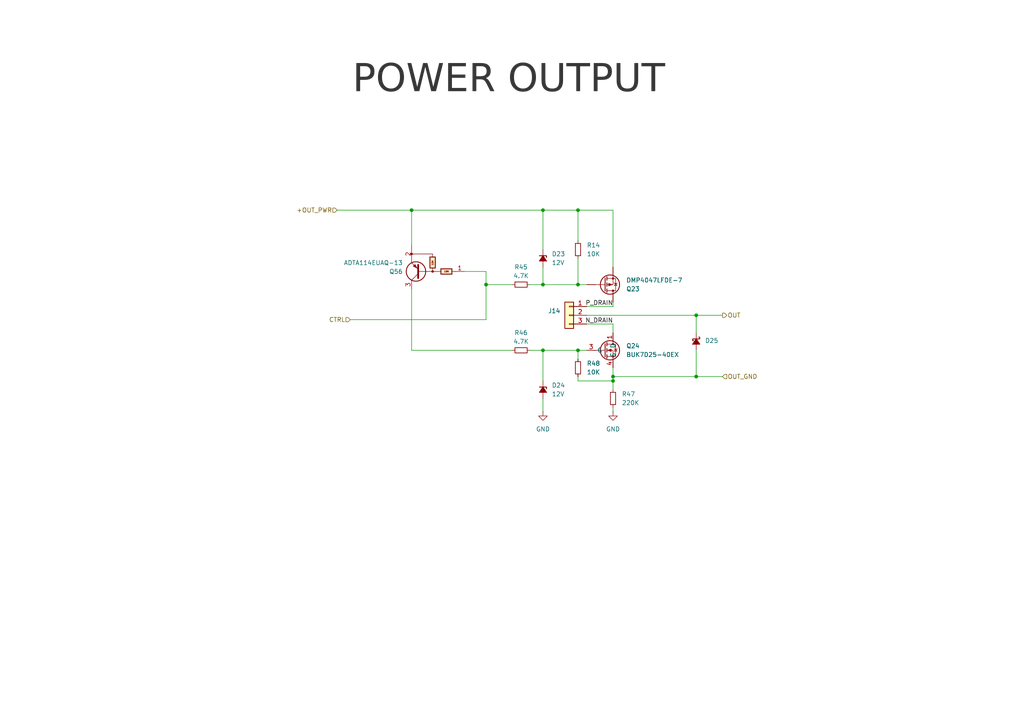
<source format=kicad_sch>
(kicad_sch (version 20241004) (generator "eeschema") (generator_version "8.99")
  (paper "A4")
  (title_block (title "Control Unit 2") (date "2024-12-09") (rev "1") (comment 1 "POWER OUTPUT"))
  (lib_symbols
    (symbol "Connector_Generic:Conn_01x03" (pin_names (offset 1.016) (hide yes))
      (property "Reference" "J" (at 0 5.08 0))
      (property "Value" "Conn_01x03" (at 0 -5.08 0))
      (symbol "Conn_01x03_1_1"
        (rectangle (start -1.27 3.81) (end 1.27 -3.81) (stroke (width 0.254)) (fill (type background)))
        (rectangle (start -1.27 2.667) (end 0 2.413) (stroke (width 0.1524)))
        (rectangle (start -1.27 0.127) (end 0 -0.127) (stroke (width 0.1524)))
        (rectangle (start -1.27 -2.413) (end 0 -2.667) (stroke (width 0.1524)))
        (pin passive line (at -5.08 2.54 0) (length 3.81) (name "Pin_1") (number "1"))
        (pin passive line (at -5.08 0 0) (length 3.81) (name "Pin_2") (number "2"))
        (pin passive line (at -5.08 -2.54 0) (length 3.81) (name "Pin_3") (number "3"))
      )
    )
    (symbol "Device:D_Schottky_Small_Filled" (pin_numbers (hide yes)) (pin_names (offset 0.254) (hide yes))
      (property "Reference" "D" (at -1.27 2.032 0))
      (property "Value" "D_Schottky_Small_Filled" (at -7.112 -2.032 0))
      (symbol "D_Schottky_Small_Filled_0_1"
        (polyline (pts (xy -1.27 0.762) (xy -1.27 1.016) (xy -0.762 1.016) (xy -0.762 -1.016) (xy -0.254 -1.016) (xy -0.254 -0.762)) (stroke (width 0.254)))
        (polyline (pts (xy -0.762 0) (xy 0.762 0)))
        (polyline (pts (xy 0.762 -1.016) (xy -0.762 0) (xy 0.762 1.016) (xy 0.762 -1.016)) (stroke (width 0.254)) (fill (type outline)))
      )
      (symbol "D_Schottky_Small_Filled_1_1"
        (pin passive line (at -2.54 0 0) (length 1.778) (name "K") (number "1"))
        (pin passive line (at 2.54 0 180) (length 1.778) (name "A") (number "2"))
      )
    )
    (symbol "Device:D_Zener_Small_Filled" (pin_numbers (hide yes)) (pin_names (offset 0.254) (hide yes))
      (property "Reference" "D" (at 0 2.286 0))
      (property "Value" "D_Zener_Small_Filled" (at 0 -2.286 0))
      (symbol "D_Zener_Small_Filled_0_1"
        (polyline (pts (xy -0.254 1.016) (xy -0.762 1.016) (xy -0.762 -1.016)) (stroke (width 0.254)))
        (polyline (pts (xy 0.762 1.016) (xy -0.762 0) (xy 0.762 -1.016) (xy 0.762 1.016)) (stroke (width 0.254)) (fill (type outline)))
        (polyline (pts (xy 0.762 0) (xy -0.762 0)))
      )
      (symbol "D_Zener_Small_Filled_1_1"
        (pin passive line (at -2.54 0 0) (length 1.778) (name "K") (number "1"))
        (pin passive line (at 2.54 0 180) (length 1.778) (name "A") (number "2"))
      )
    )
    (symbol "Device:R_Small" (pin_numbers (hide yes)) (pin_names (offset 0.254) (hide yes))
      (property "Reference" "R" (at 0.762 0.508 0))
      (property "Value" "R_Small" (at 0.762 -1.016 0))
      (symbol "R_Small_0_1"
        (rectangle (start -0.762 1.778) (end 0.762 -1.778) (stroke (width 0.2032)))
      )
      (symbol "R_Small_1_1"
        (pin passive line (at 0 2.54 270) (length 0.762) (name "~") (number "1"))
        (pin passive line (at 0 -2.54 90) (length 0.762) (name "~") (number "2"))
      )
    )
    (symbol "My Libraries:ADTA114EUAQ-13"
      (property "Reference" "Q" (at 0 0 0))
      (property "Value" "ADTA114EUAQ-13" (at 0 0 0))
      (symbol "ADTA114EUAQ-13_0_0"
        (circle (center -6.096 0) (radius 0.2736) (stroke (width 0.1524)) (fill (type outline)))
        (circle (center 0 -5.08) (radius 0.2736) (stroke (width 0.1524)) (fill (type outline)))
        (text "10K" (at -10.16 0 0) (effects (font (size 0.508 0.508))))
      )
      (symbol "ADTA114EUAQ-13_0_1"
        (polyline (pts (xy -12.7 0) (xy -11.684 0)) (stroke (width 0.1524)))
        (rectangle (start -11.684 -0.762) (end -8.509 0.762) (stroke (width 0.3048)) (fill (type background)))
        (polyline (pts (xy -8.382 0) (xy -8.128 0) (xy -2.032 0)) (stroke (width 0.1524)))
        (rectangle (start -6.858 -1.016) (end -5.334 -4.191) (stroke (width 0.3048)) (fill (type background)))
        (polyline (pts (xy -6.096 -1.016) (xy -6.096 0)) (stroke (width 0.1524)))
        (polyline (pts (xy -6.096 -4.318) (xy -6.096 -5.08) (xy 0 -5.08)) (stroke (width 0.1524)))
        (polyline (pts (xy -1.905 1.905) (xy -1.905 -1.905) (xy -1.905 -1.905)) (stroke (width 0.508)))
        (polyline (pts (xy -1.905 0.635) (xy 0 2.54)))
        (polyline (pts (xy -1.905 -0.635) (xy 0 -2.54) (xy 0 -2.54)))
        (circle (center -1.27 0) (radius 2.8194) (stroke (width 0.254)))
        (polyline (pts (xy -0.508 -1.524) (xy -1.016 -2.032) (xy -1.524 -1.016) (xy -0.508 -1.524) (xy -0.508 -1.524)) (fill (type outline)))
      )
      (symbol "ADTA114EUAQ-13_1_1"
        (text "10K" (at -6.096 -2.54 900) (effects (font (size 0.508 0.508))))
        (pin passive line (at -15.24 0 0) (length 2.54) (name "") (number "1"))
        (pin passive line (at 0 5.08 270) (length 2.54) (name "") (number "3"))
        (pin passive line (at 0 -7.62 90) (length 5.08) (name "") (number "2"))
      )
    )
    (symbol "My Libraries:BUK7D25-40EX"
      (property "Reference" "Q" (at 0 -7.62 0))
      (property "Value" "BUK7D25-40EX" (at 0 -12.7 0))
      (symbol "BUK7D25-40EX_0_1"
        (polyline (pts (xy -2.54 0) (xy -5.334 0)))
        (polyline (pts (xy -2.286 1.905) (xy -2.286 -1.905)) (stroke (width 0.254)))
        (polyline (pts (xy -1.778 2.286) (xy -1.778 1.27)) (stroke (width 0.254)))
        (polyline (pts (xy -1.778 0.508) (xy -1.778 -0.508)) (stroke (width 0.254)))
        (polyline (pts (xy -1.778 -1.27) (xy -1.778 -2.286)) (stroke (width 0.254)))
        (polyline (pts (xy -1.778 -1.778) (xy 0.762 -1.778) (xy 0.762 1.778) (xy -1.778 1.778)))
        (polyline (pts (xy -1.524 0) (xy -0.508 0.381) (xy -0.508 -0.381) (xy -1.524 0)) (fill (type outline)))
        (circle (center -0.889 0) (radius 2.794) (stroke (width 0.254)))
        (polyline (pts (xy 0 2.54) (xy 0 1.778)))
        (circle (center 0 1.778) (radius 0.254) (fill (type outline)))
        (circle (center 0 -1.778) (radius 0.254) (fill (type outline)))
        (polyline (pts (xy 0 -2.54) (xy 0 0) (xy -1.778 0)))
        (polyline (pts (xy 0.254 0.508) (xy 0.381 0.381) (xy 1.143 0.381) (xy 1.27 0.254)))
        (polyline (pts (xy 0.762 0.381) (xy 0.381 -0.254) (xy 1.143 -0.254) (xy 0.762 0.381)))
      )
      (symbol "BUK7D25-40EX_1_1"
        (pin passive line (at -7.62 0 0) (length 2.54) (name "G") (number "3"))
        (pin input line (at 0 5.08 270) (length 2.54) (name "D") (number "1"))
        (pin input line (at 0 5.08 270) (length 2.54) (hide yes) (name "D") (number "2"))
        (pin input line (at 0 5.08 270) (length 2.54) (hide yes) (name "D") (number "5"))
        (pin input line (at 0 5.08 270) (length 2.54) (hide yes) (name "D") (number "6"))
        (pin input line (at 0 5.08 270) (length 2.54) (hide yes) (name "D") (number "7"))
        (pin passive line (at 0 -5.08 90) (length 2.54) (name "S") (number "4"))
        (pin input line (at 0 -5.08 90) (length 2.54) (hide yes) (name "S") (number "8"))
      )
    )
    (symbol "My Libraries:DMP4047LFDE-7" (pin_numbers (hide yes)) (pin_names (hide yes))
      (property "Reference" "Q" (at -12.7 10.16 0))
      (property "Value" "DMP4047LFDE-7" (at -12.7 10.16 0))
      (symbol "DMP4047LFDE-7_0_1"
        (polyline (pts (xy -2.286 1.905) (xy -2.286 -1.905)) (stroke (width 0.254)))
        (polyline (pts (xy -2.286 0) (xy -5.08 0)))
        (polyline (pts (xy -1.778 2.286) (xy -1.778 1.27)) (stroke (width 0.254)))
        (polyline (pts (xy -1.778 1.778) (xy 0.762 1.778) (xy 0.762 -1.778) (xy -1.778 -1.778)))
        (polyline (pts (xy -1.778 0.508) (xy -1.778 -0.508)) (stroke (width 0.254)))
        (polyline (pts (xy -1.778 -1.27) (xy -1.778 -2.286)) (stroke (width 0.254)))
        (circle (center -0.889 0) (radius 2.794) (stroke (width 0.254)))
        (polyline (pts (xy -0.254 0) (xy -1.27 0.381) (xy -1.27 -0.381) (xy -0.254 0)) (fill (type outline)))
        (polyline (pts (xy 0 2.54) (xy 0 1.778)))
        (circle (center 0 1.778) (radius 0.254) (fill (type outline)))
        (circle (center 0 -1.778) (radius 0.254) (fill (type outline)))
        (polyline (pts (xy 0 -2.54) (xy 0 0) (xy -1.778 0)))
        (polyline (pts (xy 0.254 -0.508) (xy 0.381 -0.381) (xy 1.143 -0.381) (xy 1.27 -0.254)))
        (polyline (pts (xy 0.762 -0.381) (xy 0.381 0.254) (xy 1.143 0.254) (xy 0.762 -0.381)))
      )
      (symbol "DMP4047LFDE-7_1_1"
        (pin input line (at -7.62 0 0) (length 2.54) (name "G") (number "2"))
        (pin passive line (at 0 5.08 270) (length 2.54) (name "D") (number "1"))
        (pin passive line (at 0 -5.08 90) (length 2.54) (name "S") (number "3"))
      )
    )
    (symbol "power:GND" (power) (pin_numbers (hide yes)) (pin_names (offset 0) (hide yes))
      (property "Value" "GND" (at 0 -3.81 0))
      (symbol "GND_0_1"
        (polyline (pts (xy 0 0) (xy 0 -1.27) (xy 1.27 -1.27) (xy 0 -2.54) (xy -1.27 -1.27) (xy 0 -1.27)))
      )
      (symbol "GND_1_1"
        (pin power_in line (at 0 0 270) (length 0) (name "~") (number "1"))
      )
    )
  )
  (text "POWER OUTPUT" (at 147.574 25.4 0) (effects (font (size 8 8) (thickness 0.4))))
  (junction (at 201.93 91.44))
  (junction (at 167.64 82.55))
  (junction (at 157.48 60.96))
  (junction (at 119.38 60.96))
  (junction (at 167.64 60.96))
  (junction (at 201.93 109.22))
  (junction (at 177.8 110.49))
  (junction (at 157.48 82.55))
  (junction (at 157.48 101.6))
  (junction (at 167.64 101.6))
  (junction (at 140.97 82.55))
  (junction (at 177.8 109.22))
  (wire (pts (xy 167.64 82.55) (xy 170.18 82.55)))
  (wire (pts (xy 201.93 101.6) (xy 201.93 109.22)))
  (wire (pts (xy 119.38 71.12) (xy 119.38 60.96)))
  (wire (pts (xy 119.38 101.6) (xy 119.38 83.82)))
  (wire (pts (xy 140.97 82.55) (xy 148.59 82.55)))
  (wire (pts (xy 177.8 109.22) (xy 177.8 110.49)))
  (wire (pts (xy 97.79 60.96) (xy 119.38 60.96)))
  (wire (pts (xy 101.6 92.71) (xy 140.97 92.71)))
  (wire (pts (xy 157.48 101.6) (xy 157.48 110.49)))
  (wire (pts (xy 177.8 93.98) (xy 177.8 96.52)))
  (wire (pts (xy 167.64 74.93) (xy 167.64 82.55)))
  (wire (pts (xy 167.64 110.49) (xy 177.8 110.49)))
  (wire (pts (xy 157.48 82.55) (xy 167.64 82.55)))
  (wire (pts (xy 157.48 60.96) (xy 157.48 72.39)))
  (wire (pts (xy 177.8 118.11) (xy 177.8 119.38)))
  (wire (pts (xy 140.97 78.74) (xy 140.97 82.55)))
  (wire (pts (xy 177.8 110.49) (xy 177.8 113.03)))
  (wire (pts (xy 201.93 91.44) (xy 209.55 91.44)))
  (wire (pts (xy 170.18 93.98) (xy 177.8 93.98)))
  (wire (pts (xy 167.64 109.22) (xy 167.64 110.49)))
  (wire (pts (xy 157.48 82.55) (xy 153.67 82.55)))
  (wire (pts (xy 167.64 60.96) (xy 177.8 60.96)))
  (wire (pts (xy 134.62 78.74) (xy 140.97 78.74)))
  (wire (pts (xy 157.48 77.47) (xy 157.48 82.55)))
  (wire (pts (xy 201.93 91.44) (xy 201.93 96.52)))
  (wire (pts (xy 140.97 82.55) (xy 140.97 92.71)))
  (wire (pts (xy 201.93 109.22) (xy 209.55 109.22)))
  (wire (pts (xy 119.38 60.96) (xy 157.48 60.96)))
  (wire (pts (xy 153.67 101.6) (xy 157.48 101.6)))
  (wire (pts (xy 177.8 106.68) (xy 177.8 109.22)))
  (wire (pts (xy 119.38 101.6) (xy 148.59 101.6)))
  (wire (pts (xy 157.48 101.6) (xy 167.64 101.6)))
  (wire (pts (xy 157.48 60.96) (xy 167.64 60.96)))
  (wire (pts (xy 167.64 101.6) (xy 167.64 104.14)))
  (wire (pts (xy 170.18 91.44) (xy 201.93 91.44)))
  (wire (pts (xy 167.64 101.6) (xy 170.18 101.6)))
  (wire (pts (xy 177.8 87.63) (xy 177.8 88.9)))
  (wire (pts (xy 167.64 60.96) (xy 167.64 69.85)))
  (wire (pts (xy 177.8 60.96) (xy 177.8 77.47)))
  (wire (pts (xy 157.48 115.57) (xy 157.48 119.38)))
  (wire (pts (xy 177.8 109.22) (xy 201.93 109.22)))
  (wire (pts (xy 170.18 88.9) (xy 177.8 88.9)))
  (label "N_DRAIN" (at 177.8 93.98 180))
  (label "P_DRAIN" (at 177.8 88.9 180))
  (hierarchical_label "+OUT_PWR" (shape input) (at 97.79 60.96 180))
  (hierarchical_label "OUT_GND" (shape input) (at 209.55 109.22 0))
  (hierarchical_label "CTRL" (shape input) (at 101.6 92.71 180))
  (hierarchical_label "OUT" (shape output) (at 209.55 91.44 0))
  (symbol (lib_id "power:GND") (at 157.48 119.38 0) (unit 1)
    (property "Reference" "#PWR0147" (effects (hide yes)))
    (property "Value" "GND" (at 157.48 124.46 0))
    (property "Description" "Power symbol creates a global label with name \"GND\" , ground" (effects (hide yes)))
    (instances (project "control_unit_v2_upper" (path "" (reference "#PWR0147") (unit 1)) (path "" (reference "#PWR0159") (unit 1)) (path "" (reference "#PWR0111") (unit 1)) (path "" (reference "#PWR0177") (unit 1)) (path "" (reference "#PWR0153") (unit 1)) (path "" (reference "#PWR0123") (unit 1)) (path "" (reference "#PWR029") (unit 1)) (path "" (reference "#PWR0135") (unit 1)) (path "" (reference "#PWR0165") (unit 1)) (path "" (reference "#PWR0141") (unit 1)) (path "" (reference "#PWR0195") (unit 1)) (path "" (reference "#PWR0183") (unit 1)) (path "" (reference "#PWR0117") (unit 1)) (path "" (reference "#PWR0129") (unit 1)) (path "" (reference "#PWR0171") (unit 1)) (path "" (reference "#PWR0189") (unit 1))))
  )
  (symbol (lib_id "Device:D_Zener_Small_Filled") (at 157.48 74.93 270) (unit 1)
    (property "Reference" "D23" (at 160.02 73.6599 90) (effects (justify left)))
    (property "Value" "12V" (at 160.02 76.1999 90) (effects (justify left)))
    (property "Footprint" "Diode_SMD:D_SOD-323" (effects (hide yes)))
    (property "Description" "Zener diode, small symbol, filled shape" (effects (hide yes)))
    (instances (project "control_unit_v2_upper" (path "" (reference "D23") (unit 1)) (path "" (reference "D29") (unit 1)) (path "" (reference "D5") (unit 1)) (path "" (reference "D38") (unit 1)) (path "" (reference "D26") (unit 1)) (path "" (reference "D11") (unit 1)) (path "" (reference "D2") (unit 1)) (path "" (reference "D17") (unit 1)) (path "" (reference "D32") (unit 1)) (path "" (reference "D20") (unit 1)) (path "" (reference "D47") (unit 1)) (path "" (reference "D41") (unit 1)) (path "" (reference "D8") (unit 1)) (path "" (reference "D14") (unit 1)) (path "" (reference "D35") (unit 1)) (path "" (reference "D44") (unit 1))))
  )
  (symbol (lib_id "Device:R_Small") (at 151.13 82.55 90) (unit 1)
    (property "Reference" "R45" (at 151.13 77.47 90))
    (property "Value" "4.7K" (at 151.13 80.01 90))
    (property "Footprint" "Resistor_SMD:R_0402_1005Metric" (effects (hide yes)))
    (property "Description" "Resistor, small symbol" (effects (hide yes)))
    (instances (project "control_unit_v2_upper" (path "" (reference "R45") (unit 1)) (path "" (reference "R57") (unit 1)) (path "" (reference "R9") (unit 1)) (path "" (reference "R75") (unit 1)) (path "" (reference "R51") (unit 1)) (path "" (reference "R21") (unit 1)) (path "" (reference "R1") (unit 1)) (path "" (reference "R33") (unit 1)) (path "" (reference "R63") (unit 1)) (path "" (reference "R39") (unit 1)) (path "" (reference "R93") (unit 1)) (path "" (reference "R81") (unit 1)) (path "" (reference "R15") (unit 1)) (path "" (reference "R27") (unit 1)) (path "" (reference "R69") (unit 1)) (path "" (reference "R87") (unit 1))))
  )
  (symbol (lib_id "Device:R_Small") (at 151.13 101.6 90) (unit 1)
    (property "Reference" "R46" (at 151.13 96.52 90))
    (property "Value" "4.7K" (at 151.13 99.06 90))
    (property "Footprint" "Resistor_SMD:R_0402_1005Metric" (effects (hide yes)))
    (property "Description" "Resistor, small symbol" (effects (hide yes)))
    (instances (project "control_unit_v2_upper" (path "" (reference "R46") (unit 1)) (path "" (reference "R58") (unit 1)) (path "" (reference "R10") (unit 1)) (path "" (reference "R76") (unit 1)) (path "" (reference "R52") (unit 1)) (path "" (reference "R22") (unit 1)) (path "" (reference "R2") (unit 1)) (path "" (reference "R34") (unit 1)) (path "" (reference "R64") (unit 1)) (path "" (reference "R40") (unit 1)) (path "" (reference "R94") (unit 1)) (path "" (reference "R82") (unit 1)) (path "" (reference "R16") (unit 1)) (path "" (reference "R28") (unit 1)) (path "" (reference "R70") (unit 1)) (path "" (reference "R88") (unit 1))))
  )
  (symbol (lib_id "power:GND") (at 177.8 119.38 0) (unit 1)
    (property "Reference" "#PWR0144" (effects (hide yes)))
    (property "Value" "GND" (at 177.8 124.46 0))
    (property "Description" "Power symbol creates a global label with name \"GND\" , ground" (effects (hide yes)))
    (instances (project "control_unit_v2_upper" (path "" (reference "#PWR0144") (unit 1)) (path "" (reference "#PWR0156") (unit 1)) (path "" (reference "#PWR0108") (unit 1)) (path "" (reference "#PWR0174") (unit 1)) (path "" (reference "#PWR0150") (unit 1)) (path "" (reference "#PWR0120") (unit 1)) (path "" (reference "#PWR031") (unit 1)) (path "" (reference "#PWR0132") (unit 1)) (path "" (reference "#PWR0162") (unit 1)) (path "" (reference "#PWR0138") (unit 1)) (path "" (reference "#PWR0192") (unit 1)) (path "" (reference "#PWR0180") (unit 1)) (path "" (reference "#PWR0114") (unit 1)) (path "" (reference "#PWR0126") (unit 1)) (path "" (reference "#PWR0168") (unit 1)) (path "" (reference "#PWR0186") (unit 1))))
  )
  (symbol (lib_id "Device:D_Zener_Small_Filled") (at 157.48 113.03 270) (unit 1)
    (property "Reference" "D24" (at 160.02 111.7599 90) (effects (justify left)))
    (property "Value" "12V" (at 160.02 114.2999 90) (effects (justify left)))
    (property "Footprint" "Diode_SMD:D_SOD-323" (effects (hide yes)))
    (property "Description" "Zener diode, small symbol, filled shape" (effects (hide yes)))
    (instances (project "control_unit_v2_upper" (path "" (reference "D24") (unit 1)) (path "" (reference "D30") (unit 1)) (path "" (reference "D6") (unit 1)) (path "" (reference "D39") (unit 1)) (path "" (reference "D27") (unit 1)) (path "" (reference "D12") (unit 1)) (path "" (reference "D3") (unit 1)) (path "" (reference "D18") (unit 1)) (path "" (reference "D33") (unit 1)) (path "" (reference "D21") (unit 1)) (path "" (reference "D48") (unit 1)) (path "" (reference "D42") (unit 1)) (path "" (reference "D9") (unit 1)) (path "" (reference "D15") (unit 1)) (path "" (reference "D36") (unit 1)) (path "" (reference "D45") (unit 1))))
  )
  (symbol (lib_id "Device:D_Schottky_Small_Filled") (at 201.93 99.06 270) (unit 1)
    (property "Reference" "D25" (at 204.47 98.8059 90) (effects (justify left)))
    (property "Footprint" "Diode_SMD:D_PowerDI-123" (effects (hide yes)))
    (property "PartID" "501" (effects (hide yes)))
    (instances (project "control_unit_v2_upper" (path "" (reference "D25") (unit 1)) (path "" (reference "D31") (unit 1)) (path "" (reference "D7") (unit 1)) (path "" (reference "D40") (unit 1)) (path "" (reference "D28") (unit 1)) (path "" (reference "D13") (unit 1)) (path "" (reference "D4") (unit 1)) (path "" (reference "D19") (unit 1)) (path "" (reference "D34") (unit 1)) (path "" (reference "D22") (unit 1)) (path "" (reference "D49") (unit 1)) (path "" (reference "D43") (unit 1)) (path "" (reference "D10") (unit 1)) (path "" (reference "D16") (unit 1)) (path "" (reference "D37") (unit 1)) (path "" (reference "D46") (unit 1))))
  )
  (symbol (lib_id "My Libraries:BUK7D25-40EX") (at 177.8 101.6 0) (unit 1)
    (property "Reference" "Q24" (at 181.61 100.3299 0) (effects (justify left)))
    (property "Value" "BUK7D25-40EX" (at 181.61 102.8699 0) (effects (justify left)))
    (property "Footprint" "Package_DFN_QFN:Diodes_UDFN2020-6_Type-F" (effects (hide yes)))
    (instances (project "control_unit_v2_upper" (path "" (reference "Q24") (unit 1)) (path "" (reference "Q30") (unit 1)) (path "" (reference "Q6") (unit 1)) (path "" (reference "Q39") (unit 1)) (path "" (reference "Q27") (unit 1)) (path "" (reference "Q12") (unit 1)) (path "" (reference "Q3") (unit 1)) (path "" (reference "Q18") (unit 1)) (path "" (reference "Q33") (unit 1)) (path "" (reference "Q21") (unit 1)) (path "" (reference "Q48") (unit 1)) (path "" (reference "Q42") (unit 1)) (path "" (reference "Q9") (unit 1)) (path "" (reference "Q15") (unit 1)) (path "" (reference "Q36") (unit 1)) (path "" (reference "Q45") (unit 1))))
  )
  (symbol (lib_id "Device:R_Small") (at 167.64 106.68 180) (unit 1)
    (property "Reference" "R48" (at 170.18 105.4099 0) (effects (justify right)))
    (property "Value" "10K" (at 170.18 107.9499 0) (effects (justify right)))
    (property "Footprint" "Resistor_SMD:R_0402_1005Metric" (effects (hide yes)))
    (property "Description" "Resistor, small symbol" (effects (hide yes)))
    (instances (project "control_unit_v2_upper" (path "" (reference "R48") (unit 1)) (path "" (reference "R60") (unit 1)) (path "" (reference "R12") (unit 1)) (path "" (reference "R78") (unit 1)) (path "" (reference "R54") (unit 1)) (path "" (reference "R24") (unit 1)) (path "" (reference "R4") (unit 1)) (path "" (reference "R36") (unit 1)) (path "" (reference "R66") (unit 1)) (path "" (reference "R42") (unit 1)) (path "" (reference "R96") (unit 1)) (path "" (reference "R84") (unit 1)) (path "" (reference "R18") (unit 1)) (path "" (reference "R30") (unit 1)) (path "" (reference "R72") (unit 1)) (path "" (reference "R90") (unit 1))))
  )
  (symbol (lib_id "My Libraries:DMP4047LFDE-7") (at 177.8 82.55 0) (mirror x) (unit 1)
    (property "Reference" "Q23" (at 181.61 83.8201 0) (effects (justify left)))
    (property "Value" "DMP4047LFDE-7" (at 181.61 81.2801 0) (effects (justify left)))
    (property "Footprint" "My Footprints:Diodes_Inc_U-DFN2020-6 (Type E)" (effects (hide yes)))
    (property "Description" "P-CHANNEL MOSFET 40V 33mΩ 6Α" (effects (hide yes)))
    (instances (project "control_unit_v2_upper" (path "" (reference "Q23") (unit 1)) (path "" (reference "Q29") (unit 1)) (path "" (reference "Q5") (unit 1)) (path "" (reference "Q38") (unit 1)) (path "" (reference "Q26") (unit 1)) (path "" (reference "Q11") (unit 1)) (path "" (reference "Q2") (unit 1)) (path "" (reference "Q17") (unit 1)) (path "" (reference "Q32") (unit 1)) (path "" (reference "Q20") (unit 1)) (path "" (reference "Q47") (unit 1)) (path "" (reference "Q41") (unit 1)) (path "" (reference "Q8") (unit 1)) (path "" (reference "Q14") (unit 1)) (path "" (reference "Q35") (unit 1)) (path "" (reference "Q44") (unit 1))))
  )
  (symbol (lib_id "My Libraries:ADTA114EUAQ-13") (at 119.38 78.74 180) (unit 1)
    (property "Reference" "Q56" (at 116.84 78.7684 0) (effects (justify left)))
    (property "Value" "ADTA114EUAQ-13" (at 116.84 76.2284 0) (effects (justify left)))
    (property "Footprint" "Package_TO_SOT_SMD:SOT-323_SC-70" (effects (hide yes)))
    (property "Datasheet" "https://www.diodes.com/assets/Datasheets/ADTA114EUAQ.pdf" (effects (hide yes)))
    (property "Description" "Digital transistor, PNP, prebiased, single, Vce=50V, Ic=100mA, 330mW, SOT-323-3, SMD" (effects (hide yes)))
    (instances (project "" (path "" (reference "Q56") (unit 1)) (path "" (reference "Q58") (unit 1)) (path "" (reference "Q51") (unit 1)) (path "" (reference "Q61") (unit 1)) (path "" (reference "Q57") (unit 1)) (path "" (reference "Q52") (unit 1)) (path "" (reference "Q1") (unit 1)) (path "" (reference "Q54") (unit 1)) (path "" (reference "Q59") (unit 1)) (path "" (reference "Q55") (unit 1)) (path "" (reference "Q64") (unit 1)) (path "" (reference "Q62") (unit 1)) (path "" (reference "Q50") (unit 1)) (path "" (reference "Q53") (unit 1)) (path "" (reference "Q60") (unit 1)) (path "" (reference "Q63") (unit 1))))
  )
  (symbol (lib_id "Device:R_Small") (at 177.8 115.57 180) (unit 1)
    (property "Reference" "R47" (at 180.34 114.2999 0) (effects (justify right)))
    (property "Value" "220K" (at 180.34 116.8399 0) (effects (justify right)))
    (property "Footprint" "Resistor_SMD:R_0402_1005Metric" (effects (hide yes)))
    (property "Description" "Resistor, small symbol" (effects (hide yes)))
    (instances (project "control_unit_v2_upper" (path "" (reference "R47") (unit 1)) (path "" (reference "R50") (unit 1)) (path "" (reference "R37") (unit 1)) (path "" (reference "R56") (unit 1)) (path "" (reference "R49") (unit 1)) (path "" (reference "R38") (unit 1)) (path "" (reference "R32") (unit 1)) (path "" (reference "R43") (unit 1)) (path "" (reference "R53") (unit 1)) (path "" (reference "R44") (unit 1)) (path "" (reference "R62") (unit 1)) (path "" (reference "R59") (unit 1)) (path "" (reference "R35") (unit 1)) (path "" (reference "R41") (unit 1)) (path "" (reference "R55") (unit 1)) (path "" (reference "R61") (unit 1))))
  )
  (symbol (lib_id "Connector_Generic:Conn_01x03") (at 165.1 91.44 0) (mirror y) (unit 1)
    (property "Reference" "J14" (at 162.56 90.1699 0) (effects (justify left)))
    (property "Footprint" "Connector_PinHeader_2.54mm:PinHeader_1x03_P2.54mm_Vertical" (effects (hide yes)))
    (property "Description" "Generic connector, single row, 01x03, script generated (kicad-library-utils/schlib/autogen/connector/)" (effects (hide yes)))
    (instances (project "control_unit_v2_upper" (path "" (reference "J14") (unit 1)) (path "" (reference "J16") (unit 1)) (path "" (reference "J8") (unit 1)) (path "" (reference "J19") (unit 1)) (path "" (reference "J15") (unit 1)) (path "" (reference "J10") (unit 1)) (path "" (reference "J7") (unit 1)) (path "" (reference "J12") (unit 1)) (path "" (reference "J17") (unit 1)) (path "" (reference "J13") (unit 1)) (path "" (reference "J22") (unit 1)) (path "" (reference "J20") (unit 1)) (path "" (reference "J9") (unit 1)) (path "" (reference "J11") (unit 1)) (path "" (reference "J18") (unit 1)) (path "" (reference "J21") (unit 1))))
  )
  (symbol (lib_id "Device:R_Small") (at 167.64 72.39 180) (unit 1)
    (property "Reference" "R14" (at 170.18 71.1199 0) (effects (justify right)))
    (property "Value" "10K" (at 170.18 73.6599 0) (effects (justify right)))
    (property "Footprint" "Resistor_SMD:R_0402_1005Metric" (effects (hide yes)))
    (property "Description" "Resistor, small symbol" (effects (hide yes)))
    (instances (project "control_unit_v2_upper" (path "" (reference "R14") (unit 1)) (path "" (reference "R19") (unit 1)) (path "" (reference "R6") (unit 1)) (path "" (reference "R25") (unit 1)) (path "" (reference "R17") (unit 1)) (path "" (reference "R7") (unit 1)) (path "" (reference "R3") (unit 1)) (path "" (reference "R11") (unit 1)) (path "" (reference "R20") (unit 1)) (path "" (reference "R13") (unit 1)) (path "" (reference "R31") (unit 1)) (path "" (reference "R26") (unit 1)) (path "" (reference "R5") (unit 1)) (path "" (reference "R8") (unit 1)) (path "" (reference "R23") (unit 1)) (path "" (reference "R29") (unit 1))))
  )
)
</source>
